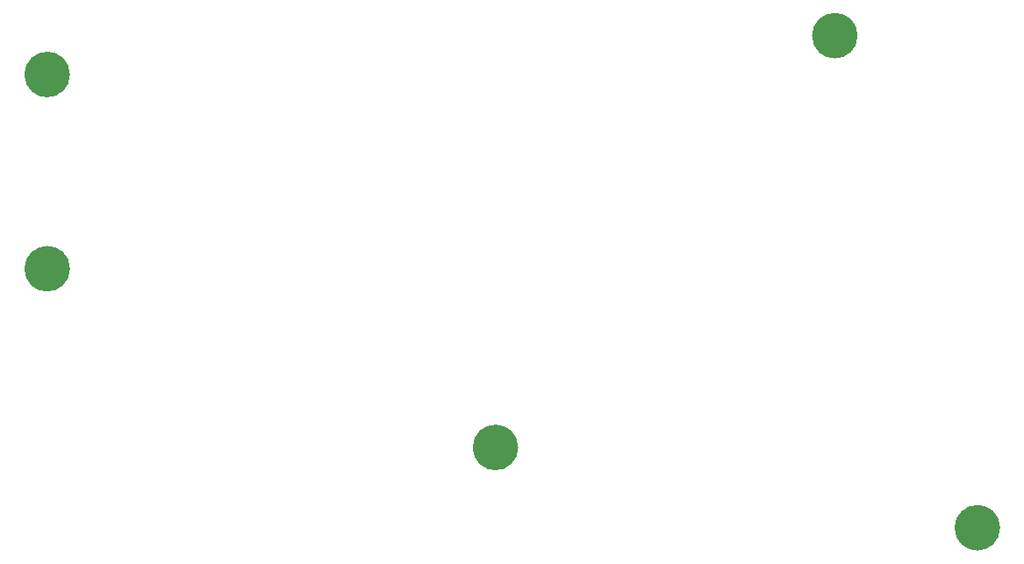
<source format=gbr>
%TF.GenerationSoftware,KiCad,Pcbnew,7.0.7*%
%TF.CreationDate,2023-09-12T18:25:19+01:00*%
%TF.ProjectId,bottom,626f7474-6f6d-42e6-9b69-6361645f7063,1.0*%
%TF.SameCoordinates,Original*%
%TF.FileFunction,Soldermask,Bot*%
%TF.FilePolarity,Negative*%
%FSLAX46Y46*%
G04 Gerber Fmt 4.6, Leading zero omitted, Abs format (unit mm)*
G04 Created by KiCad (PCBNEW 7.0.7) date 2023-09-12 18:25:19*
%MOMM*%
%LPD*%
G01*
G04 APERTURE LIST*
%ADD10C,2.200000*%
G04 APERTURE END LIST*
D10*
X80600000Y-105500000D02*
G75*
G03*
X80600000Y-105500000I-1100000J0D01*
G01*
X170350000Y-130500000D02*
G75*
G03*
X170350000Y-130500000I-1100000J0D01*
G01*
X156600000Y-83000000D02*
G75*
G03*
X156600000Y-83000000I-1100000J0D01*
G01*
X80600000Y-86750000D02*
G75*
G03*
X80600000Y-86750000I-1100000J0D01*
G01*
X123850000Y-122750000D02*
G75*
G03*
X123850000Y-122750000I-1100000J0D01*
G01*
M02*

</source>
